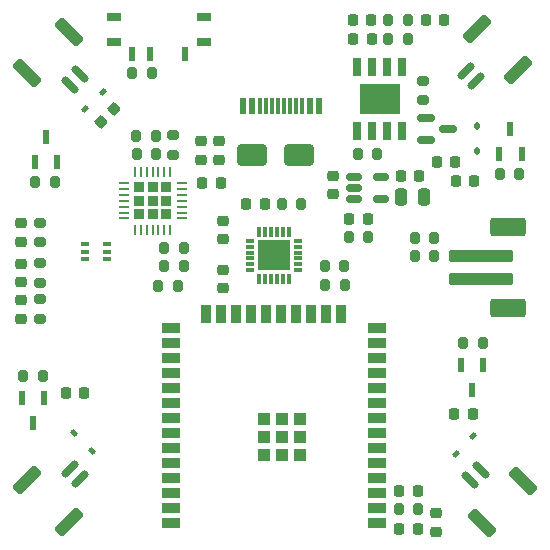
<source format=gbr>
%TF.GenerationSoftware,KiCad,Pcbnew,8.0.1*%
%TF.CreationDate,2024-05-11T18:36:51+02:00*%
%TF.ProjectId,Dron Wi-Fi ESP32,44726f6e-2057-4692-9d46-692045535033,rev?*%
%TF.SameCoordinates,Original*%
%TF.FileFunction,Paste,Top*%
%TF.FilePolarity,Positive*%
%FSLAX46Y46*%
G04 Gerber Fmt 4.6, Leading zero omitted, Abs format (unit mm)*
G04 Created by KiCad (PCBNEW 8.0.1) date 2024-05-11 18:36:51*
%MOMM*%
%LPD*%
G01*
G04 APERTURE LIST*
G04 Aperture macros list*
%AMRoundRect*
0 Rectangle with rounded corners*
0 $1 Rounding radius*
0 $2 $3 $4 $5 $6 $7 $8 $9 X,Y pos of 4 corners*
0 Add a 4 corners polygon primitive as box body*
4,1,4,$2,$3,$4,$5,$6,$7,$8,$9,$2,$3,0*
0 Add four circle primitives for the rounded corners*
1,1,$1+$1,$2,$3*
1,1,$1+$1,$4,$5*
1,1,$1+$1,$6,$7*
1,1,$1+$1,$8,$9*
0 Add four rect primitives between the rounded corners*
20,1,$1+$1,$2,$3,$4,$5,0*
20,1,$1+$1,$4,$5,$6,$7,0*
20,1,$1+$1,$6,$7,$8,$9,0*
20,1,$1+$1,$8,$9,$2,$3,0*%
G04 Aperture macros list end*
%ADD10RoundRect,0.225000X-0.225000X-0.250000X0.225000X-0.250000X0.225000X0.250000X-0.225000X0.250000X0*%
%ADD11RoundRect,0.200000X0.200000X0.275000X-0.200000X0.275000X-0.200000X-0.275000X0.200000X-0.275000X0*%
%ADD12RoundRect,0.112500X0.212132X-0.053033X-0.053033X0.212132X-0.212132X0.053033X0.053033X-0.212132X0*%
%ADD13RoundRect,0.150000X0.388909X-0.601041X0.601041X-0.388909X-0.388909X0.601041X-0.601041X0.388909X0*%
%ADD14RoundRect,0.250000X0.601041X-0.954594X0.954594X-0.601041X-0.601041X0.954594X-0.954594X0.601041X0*%
%ADD15R,0.600000X1.450000*%
%ADD16R,0.300000X1.450000*%
%ADD17RoundRect,0.200000X-0.275000X0.200000X-0.275000X-0.200000X0.275000X-0.200000X0.275000X0.200000X0*%
%ADD18RoundRect,0.150000X-0.512500X-0.150000X0.512500X-0.150000X0.512500X0.150000X-0.512500X0.150000X0*%
%ADD19RoundRect,0.225000X0.250000X-0.225000X0.250000X0.225000X-0.250000X0.225000X-0.250000X-0.225000X0*%
%ADD20R,0.600000X1.300000*%
%ADD21R,1.150000X0.700000*%
%ADD22RoundRect,0.112500X0.053033X0.212132X-0.212132X-0.053033X-0.053033X-0.212132X0.212132X0.053033X0*%
%ADD23RoundRect,0.200000X-0.200000X-0.275000X0.200000X-0.275000X0.200000X0.275000X-0.200000X0.275000X0*%
%ADD24RoundRect,0.250000X-2.500000X0.250000X-2.500000X-0.250000X2.500000X-0.250000X2.500000X0.250000X0*%
%ADD25RoundRect,0.250000X-1.250000X0.550000X-1.250000X-0.550000X1.250000X-0.550000X1.250000X0.550000X0*%
%ADD26RoundRect,0.218750X-0.218750X-0.256250X0.218750X-0.256250X0.218750X0.256250X-0.218750X0.256250X0*%
%ADD27RoundRect,0.150000X0.601041X0.388909X0.388909X0.601041X-0.601041X-0.388909X-0.388909X-0.601041X0*%
%ADD28RoundRect,0.250000X0.954594X0.601041X0.601041X0.954594X-0.954594X-0.601041X-0.601041X-0.954594X0*%
%ADD29RoundRect,0.225000X0.225000X0.250000X-0.225000X0.250000X-0.225000X-0.250000X0.225000X-0.250000X0*%
%ADD30R,1.500000X0.900000*%
%ADD31R,0.900000X1.500000*%
%ADD32R,1.050000X1.050000*%
%ADD33RoundRect,0.150000X-0.601041X-0.388909X-0.388909X-0.601041X0.601041X0.388909X0.388909X0.601041X0*%
%ADD34RoundRect,0.250000X-0.954594X-0.601041X-0.601041X-0.954594X0.954594X0.601041X0.601041X0.954594X0*%
%ADD35RoundRect,0.225000X0.225000X0.225000X-0.225000X0.225000X-0.225000X-0.225000X0.225000X-0.225000X0*%
%ADD36RoundRect,0.062500X0.337500X0.062500X-0.337500X0.062500X-0.337500X-0.062500X0.337500X-0.062500X0*%
%ADD37RoundRect,0.062500X0.062500X0.337500X-0.062500X0.337500X-0.062500X-0.337500X0.062500X-0.337500X0*%
%ADD38RoundRect,0.200000X0.275000X-0.200000X0.275000X0.200000X-0.275000X0.200000X-0.275000X-0.200000X0*%
%ADD39RoundRect,0.150000X-0.587500X-0.150000X0.587500X-0.150000X0.587500X0.150000X-0.587500X0.150000X0*%
%ADD40RoundRect,0.150000X-0.388909X0.601041X-0.601041X0.388909X0.388909X-0.601041X0.601041X-0.388909X0*%
%ADD41RoundRect,0.250000X-0.601041X0.954594X-0.954594X0.601041X0.601041X-0.954594X0.954594X-0.601041X0*%
%ADD42R,0.800000X0.350000*%
%ADD43R,0.350000X0.850000*%
%ADD44R,2.700000X2.600000*%
%ADD45RoundRect,0.112500X-0.053033X-0.212132X0.212132X0.053033X0.053033X0.212132X-0.212132X-0.053033X0*%
%ADD46RoundRect,0.218750X0.256250X-0.218750X0.256250X0.218750X-0.256250X0.218750X-0.256250X-0.218750X0*%
%ADD47R,0.700000X1.525000*%
%ADD48R,3.402000X2.513000*%
%ADD49RoundRect,0.218750X0.218750X0.256250X-0.218750X0.256250X-0.218750X-0.256250X0.218750X-0.256250X0*%
%ADD50RoundRect,0.225000X-0.017678X0.335876X-0.335876X0.017678X0.017678X-0.335876X0.335876X-0.017678X0*%
%ADD51RoundRect,0.112500X-0.112500X0.187500X-0.112500X-0.187500X0.112500X-0.187500X0.112500X0.187500X0*%
%ADD52RoundRect,0.100000X-0.225000X-0.100000X0.225000X-0.100000X0.225000X0.100000X-0.225000X0.100000X0*%
%ADD53RoundRect,0.250000X-0.250000X-0.475000X0.250000X-0.475000X0.250000X0.475000X-0.250000X0.475000X0*%
%ADD54RoundRect,0.225000X-0.250000X0.225000X-0.250000X-0.225000X0.250000X-0.225000X0.250000X0.225000X0*%
%ADD55RoundRect,0.250000X1.000000X0.650000X-1.000000X0.650000X-1.000000X-0.650000X1.000000X-0.650000X0*%
G04 APERTURE END LIST*
D10*
%TO.C,C15*%
X160110000Y-119410000D03*
X161660000Y-119410000D03*
%TD*%
D11*
%TO.C,R4*%
X134852407Y-97441822D03*
X133202407Y-97441822D03*
%TD*%
D12*
%TO.C,D1*%
X129400000Y-122550000D03*
X127915076Y-121065076D03*
%TD*%
D11*
%TO.C,R18*%
X147160000Y-101705000D03*
X145510000Y-101705000D03*
%TD*%
D13*
%TO.C,J6*%
X161475000Y-125075000D03*
X162358883Y-124191117D03*
D14*
X162429594Y-128645889D03*
X165929772Y-125145711D03*
%TD*%
D15*
%TO.C,J1*%
X148680000Y-93395000D03*
X147880000Y-93395000D03*
D16*
X146680000Y-93395000D03*
X145680000Y-93395000D03*
X145180000Y-93395000D03*
X144180000Y-93395000D03*
D15*
X142980000Y-93395000D03*
X142180000Y-93395000D03*
X142180000Y-93395000D03*
X142980000Y-93395000D03*
D16*
X143680000Y-93395000D03*
X144680000Y-93395000D03*
X146180000Y-93395000D03*
X147180000Y-93395000D03*
D15*
X147880000Y-93395000D03*
X148680000Y-93395000D03*
%TD*%
D17*
%TO.C,R19*%
X125040000Y-106675000D03*
X125040000Y-108325000D03*
%TD*%
D18*
%TO.C,U5*%
X151625000Y-99350000D03*
X151625000Y-100300000D03*
X151625000Y-101250000D03*
X153900000Y-101250000D03*
X153900000Y-99350000D03*
%TD*%
D11*
%TO.C,R14*%
X136675000Y-108600000D03*
X135025000Y-108600000D03*
%TD*%
%TO.C,R5*%
X126300000Y-99840000D03*
X124650000Y-99840000D03*
%TD*%
D19*
%TO.C,C1*%
X140205000Y-97910000D03*
X140205000Y-96360000D03*
%TD*%
D20*
%TO.C,SW1*%
X137325000Y-88950000D03*
X134325000Y-88950000D03*
X132825000Y-88950000D03*
D21*
X138875000Y-87925000D03*
X138875000Y-85825000D03*
X131275000Y-87925000D03*
X131275000Y-85825000D03*
%TD*%
D22*
%TO.C,D3*%
X130332462Y-92157538D03*
X128847538Y-93642462D03*
%TD*%
D10*
%TO.C,C12*%
X155455000Y-129150000D03*
X157005000Y-129150000D03*
%TD*%
D23*
%TO.C,R6*%
X135535000Y-105355000D03*
X137185000Y-105355000D03*
%TD*%
D24*
%TO.C,J5*%
X162400000Y-106050000D03*
X162400000Y-108050000D03*
D25*
X164650000Y-103650000D03*
X164650000Y-110450000D03*
%TD*%
D26*
%TO.C,LED1*%
X157680000Y-86120000D03*
X159255000Y-86120000D03*
%TD*%
D20*
%TO.C,T2*%
X124600000Y-98100000D03*
X126500000Y-98100000D03*
X125550000Y-96000000D03*
%TD*%
D27*
%TO.C,J4*%
X161954111Y-91279594D03*
X161070227Y-90395712D03*
D28*
X165525000Y-90325000D03*
X162024822Y-86824822D03*
%TD*%
D11*
%TO.C,R15*%
X134500000Y-90575000D03*
X132850000Y-90575000D03*
%TD*%
D20*
%TO.C,T3*%
X163915000Y-97405000D03*
X165815000Y-97405000D03*
X164865000Y-95305000D03*
%TD*%
D11*
%TO.C,R10*%
X157055000Y-127500000D03*
X155405000Y-127500000D03*
%TD*%
D29*
%TO.C,C16*%
X144060000Y-101705000D03*
X142510000Y-101705000D03*
%TD*%
D30*
%TO.C,U6*%
X153592407Y-128700000D03*
X153592407Y-127430000D03*
X153592407Y-126160000D03*
X153592407Y-124890000D03*
X153592407Y-123620000D03*
X153592407Y-122350000D03*
X153592407Y-121080000D03*
X153592407Y-119810000D03*
X153592407Y-118540000D03*
X153592407Y-117270000D03*
X153592407Y-116000000D03*
X153592407Y-114730000D03*
X153592407Y-113460000D03*
X153592407Y-112190000D03*
D31*
X150552407Y-110940000D03*
X149282407Y-110940000D03*
X148012407Y-110940000D03*
X146742407Y-110940000D03*
X145472407Y-110940000D03*
X144202407Y-110940000D03*
X142932407Y-110940000D03*
X141662407Y-110940000D03*
X140392407Y-110940000D03*
X139122407Y-110940000D03*
D30*
X136092407Y-112190000D03*
X136092407Y-113460000D03*
X136092407Y-114730000D03*
X136092407Y-116000000D03*
X136092407Y-117270000D03*
X136092407Y-118540000D03*
X136092407Y-119810000D03*
X136092407Y-121080000D03*
X136092407Y-122350000D03*
X136092407Y-123620000D03*
X136092407Y-124890000D03*
X136092407Y-126160000D03*
X136092407Y-127430000D03*
X136092407Y-128700000D03*
D32*
X147047407Y-122885000D03*
X147047407Y-121360000D03*
X147047407Y-119835000D03*
X145522407Y-122885000D03*
X145522407Y-121360000D03*
X145522407Y-119835000D03*
X143997407Y-122885000D03*
X143997407Y-121360000D03*
X143997407Y-119835000D03*
%TD*%
D10*
%TO.C,C5*%
X138765000Y-99860000D03*
X140315000Y-99860000D03*
%TD*%
D23*
%TO.C,R13*%
X160870000Y-113475000D03*
X162520000Y-113475000D03*
%TD*%
D33*
%TO.C,J2*%
X127541206Y-124099911D03*
X128425089Y-124983794D03*
D34*
X123970317Y-125054505D03*
X127470495Y-128554683D03*
%TD*%
D19*
%TO.C,C17*%
X140530000Y-108805000D03*
X140530000Y-107255000D03*
%TD*%
D35*
%TO.C,U3*%
X135682407Y-102506822D03*
X135682407Y-101386822D03*
X135682407Y-100266822D03*
X134562407Y-102506822D03*
X134562407Y-101386822D03*
X134562407Y-100266822D03*
X133442407Y-102506822D03*
X133442407Y-101386822D03*
X133442407Y-100266822D03*
D36*
X137012407Y-102886822D03*
X137012407Y-102386822D03*
X137012407Y-101886822D03*
X137012407Y-101386822D03*
X137012407Y-100886822D03*
X137012407Y-100386822D03*
X137012407Y-99886822D03*
D37*
X136062407Y-98936822D03*
X135562407Y-98936822D03*
X135062407Y-98936822D03*
X134562407Y-98936822D03*
X134062407Y-98936822D03*
X133562407Y-98936822D03*
X133062407Y-98936822D03*
D36*
X132112407Y-99886822D03*
X132112407Y-100386822D03*
X132112407Y-100886822D03*
X132112407Y-101386822D03*
X132112407Y-101886822D03*
X132112407Y-102386822D03*
X132112407Y-102886822D03*
D37*
X133062407Y-103836822D03*
X133562407Y-103836822D03*
X134062407Y-103836822D03*
X134562407Y-103836822D03*
X135062407Y-103836822D03*
X135562407Y-103836822D03*
X136062407Y-103836822D03*
%TD*%
D20*
%TO.C,T1*%
X125400000Y-118100000D03*
X123500000Y-118100000D03*
X124450000Y-120200000D03*
%TD*%
D23*
%TO.C,R1*%
X123625000Y-116225000D03*
X125275000Y-116225000D03*
%TD*%
%TO.C,U8*%
X156750000Y-106070000D03*
X158400000Y-106070000D03*
%TD*%
%TO.C,R12*%
X154520000Y-87700000D03*
X156170000Y-87700000D03*
%TD*%
%TO.C,R17*%
X149160000Y-106955000D03*
X150810000Y-106955000D03*
%TD*%
%TO.C,R20*%
X149165000Y-108510000D03*
X150815000Y-108510000D03*
%TD*%
D38*
%TO.C,U2*%
X157500000Y-92875000D03*
X157500000Y-91225000D03*
%TD*%
D39*
%TO.C,U4*%
X157725000Y-94375000D03*
X157725000Y-96275000D03*
X159600000Y-95325000D03*
%TD*%
D40*
%TO.C,J3*%
X128414594Y-90670889D03*
X127530711Y-91554772D03*
D41*
X127460000Y-87100000D03*
X123959822Y-90600178D03*
%TD*%
D29*
%TO.C,C7*%
X152782500Y-102930000D03*
X151232500Y-102930000D03*
%TD*%
D10*
%TO.C,C13*%
X155455000Y-125950000D03*
X157005000Y-125950000D03*
%TD*%
D17*
%TO.C,R16*%
X125050000Y-109750000D03*
X125050000Y-111400000D03*
%TD*%
D23*
%TO.C,R2*%
X133187407Y-95911822D03*
X134837407Y-95911822D03*
%TD*%
D29*
%TO.C,C14*%
X160180000Y-98140000D03*
X158630000Y-98140000D03*
%TD*%
D17*
%TO.C,R21*%
X125030000Y-103250000D03*
X125030000Y-104900000D03*
%TD*%
D38*
%TO.C,R3*%
X136307407Y-97486822D03*
X136307407Y-95836822D03*
%TD*%
D19*
%TO.C,C4*%
X138665000Y-97920000D03*
X138665000Y-96370000D03*
%TD*%
D23*
%TO.C,R7*%
X135535000Y-106880000D03*
X137185000Y-106880000D03*
%TD*%
%TO.C,R8*%
X151187500Y-104460000D03*
X152837500Y-104460000D03*
%TD*%
D42*
%TO.C,U9*%
X146850000Y-107275000D03*
X146850000Y-106775000D03*
X146850000Y-106275000D03*
X146850000Y-105775000D03*
X146850000Y-105275000D03*
X146850000Y-104775000D03*
D43*
X146100000Y-104050000D03*
X145600000Y-104050000D03*
X145100000Y-104050000D03*
X144600000Y-104050000D03*
X144100000Y-104050000D03*
X143600000Y-104050000D03*
D42*
X142850000Y-104775000D03*
X142850000Y-105275000D03*
X142850000Y-105775000D03*
X142850000Y-106275000D03*
X142850000Y-106775000D03*
X142850000Y-107275000D03*
D43*
X143600000Y-108000000D03*
X144100000Y-108000000D03*
X144600000Y-108000000D03*
X145100000Y-108000000D03*
X145600000Y-108000000D03*
X146100000Y-108000000D03*
D44*
X144850000Y-106025000D03*
%TD*%
D45*
%TO.C,D5*%
X160225000Y-122825000D03*
X161709924Y-121340076D03*
%TD*%
D46*
%TO.C,LED4*%
X123420000Y-111365000D03*
X123420000Y-109790000D03*
%TD*%
D47*
%TO.C,IC1*%
X151890000Y-95500000D03*
X153160000Y-95500000D03*
X154430000Y-95500000D03*
X155700000Y-95500000D03*
X155700000Y-90076000D03*
X154430000Y-90076000D03*
X153160000Y-90076000D03*
X151890000Y-90076000D03*
D48*
X153795000Y-92788000D03*
%TD*%
D10*
%TO.C,C11*%
X160225000Y-99750000D03*
X161775000Y-99750000D03*
%TD*%
D19*
%TO.C,C10*%
X158540000Y-129400000D03*
X158540000Y-127850000D03*
%TD*%
D49*
%TO.C,LED2*%
X153080000Y-86120000D03*
X151505000Y-86120000D03*
%TD*%
D11*
%TO.C,Rprog1*%
X153600000Y-97400000D03*
X151950000Y-97400000D03*
%TD*%
D50*
%TO.C,C6*%
X131318008Y-93641992D03*
X130221992Y-94738008D03*
%TD*%
D19*
%TO.C,C18*%
X140510000Y-104655000D03*
X140510000Y-103105000D03*
%TD*%
D46*
%TO.C,LED6*%
X123410000Y-104860000D03*
X123410000Y-103285000D03*
%TD*%
D51*
%TO.C,D4*%
X162025000Y-95075000D03*
X162025000Y-97175000D03*
%TD*%
D52*
%TO.C,U1*%
X128800000Y-105050000D03*
X128800000Y-105700000D03*
X128800000Y-106350000D03*
X130700000Y-106350000D03*
X130700000Y-105700000D03*
X130700000Y-105050000D03*
%TD*%
D29*
%TO.C,C2*%
X128750000Y-117700000D03*
X127200000Y-117700000D03*
%TD*%
D53*
%TO.C,C8*%
X155622500Y-101100000D03*
X157522500Y-101100000D03*
%TD*%
D46*
%TO.C,LED5*%
X123410000Y-108285000D03*
X123410000Y-106710000D03*
%TD*%
D11*
%TO.C,R9*%
X165590000Y-99155000D03*
X163940000Y-99155000D03*
%TD*%
%TO.C,U7*%
X158400000Y-104550000D03*
X156750000Y-104550000D03*
%TD*%
D54*
%TO.C,C3*%
X149862500Y-99305000D03*
X149862500Y-100855000D03*
%TD*%
D10*
%TO.C,C9*%
X155592500Y-99330000D03*
X157142500Y-99330000D03*
%TD*%
D49*
%TO.C,LED3*%
X153100000Y-87730000D03*
X151525000Y-87730000D03*
%TD*%
D55*
%TO.C,D2*%
X146950000Y-97475000D03*
X142950000Y-97475000D03*
%TD*%
D20*
%TO.C,T4*%
X162550000Y-115325000D03*
X160650000Y-115325000D03*
X161600000Y-117425000D03*
%TD*%
D23*
%TO.C,R11*%
X154505000Y-86120000D03*
X156155000Y-86120000D03*
%TD*%
M02*

</source>
